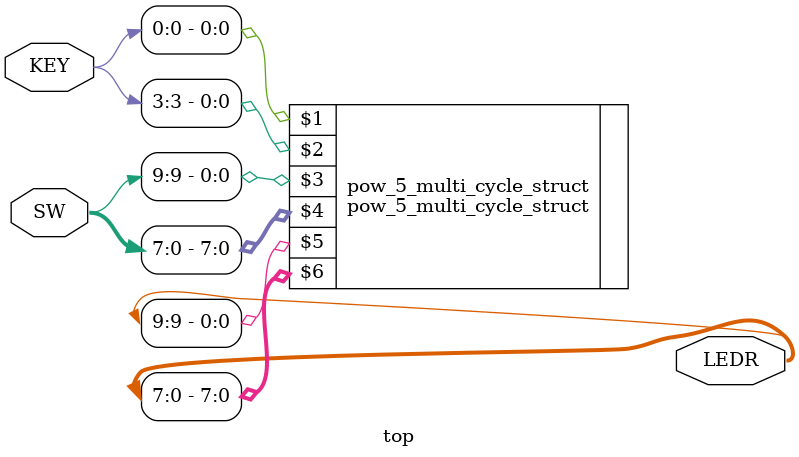
<source format=v>
module top (SW, KEY, LEDR);

	 input wire [9:0] SW;        // DE-series switches
    input wire [3:0] KEY;       // DE-series pushbuttons
	 
	 output wire [9:0] LEDR;     // DE-series LEDs   

    pow_5_multi_cycle_struct pow_5_multi_cycle_struct (KEY[0], KEY[3], SW[9], SW[7:0], LEDR[9], LEDR[7:0]);

endmodule


</source>
